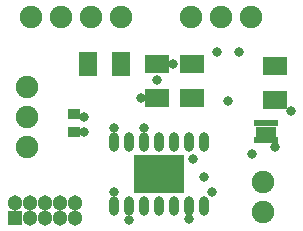
<source format=gbs>
G04 Layer_Color=16711935*
%FSLAX44Y44*%
%MOMM*%
G71*
G01*
G75*
%ADD28R,2.0032X1.5032*%
%ADD30C,1.3032*%
%ADD31R,1.3032X1.3032*%
%ADD32C,1.9032*%
%ADD33C,0.8382*%
%ADD34R,4.2032X3.2032*%
%ADD35O,0.8032X1.6532*%
%ADD36R,1.1032X0.9032*%
%ADD37R,1.5032X2.0032*%
%ADD38R,0.5532X0.5532*%
%ADD39R,1.8032X0.8732*%
D28*
X1640000Y1060000D02*
D03*
Y1031500D02*
D03*
X1610000Y1060000D02*
D03*
Y1031500D02*
D03*
X1710000Y1030000D02*
D03*
Y1058500D02*
D03*
D30*
X1540800Y942700D02*
D03*
X1528100D02*
D03*
X1515400D02*
D03*
X1502700D02*
D03*
X1490000D02*
D03*
X1540800Y930000D02*
D03*
X1528100D02*
D03*
X1515400D02*
D03*
X1502700D02*
D03*
D31*
X1490000D02*
D03*
D32*
X1700000Y960000D02*
D03*
Y934600D02*
D03*
X1639200Y1100000D02*
D03*
X1664600D02*
D03*
X1690000D02*
D03*
X1500000Y990000D02*
D03*
Y1015400D02*
D03*
Y1040800D02*
D03*
X1529200Y1100000D02*
D03*
X1554600D02*
D03*
X1580000D02*
D03*
X1503800D02*
D03*
D33*
X1637284Y928809D02*
D03*
X1661131Y1069975D02*
D03*
X1679448Y1070356D02*
D03*
X1609925Y1046480D02*
D03*
X1623445Y1060000D02*
D03*
X1586500Y928370D02*
D03*
X1656604Y951500D02*
D03*
X1670000Y1028555D02*
D03*
X1596555Y1031500D02*
D03*
X1548892Y1002500D02*
D03*
X1650000Y964422D02*
D03*
X1723898Y1020572D02*
D03*
X1573784Y1006094D02*
D03*
X1690878Y984250D02*
D03*
X1709928Y989584D02*
D03*
X1599184Y1006094D02*
D03*
X1573784Y951738D02*
D03*
X1640518Y980000D02*
D03*
X1548892Y1015400D02*
D03*
D34*
X1611900Y967250D02*
D03*
D35*
X1573800Y994500D02*
D03*
X1586500D02*
D03*
X1599200D02*
D03*
X1611900D02*
D03*
X1624600D02*
D03*
X1637300D02*
D03*
X1650000D02*
D03*
X1573800Y940000D02*
D03*
X1586500D02*
D03*
X1599200D02*
D03*
X1611900D02*
D03*
X1624600D02*
D03*
X1637300D02*
D03*
X1650000D02*
D03*
D36*
X1540000Y1002500D02*
D03*
Y1017500D02*
D03*
D37*
X1580000Y1060000D02*
D03*
X1551500D02*
D03*
D38*
X1695000Y1009999D02*
D03*
X1700000D02*
D03*
X1705000D02*
D03*
X1710000D02*
D03*
X1695000Y995800D02*
D03*
X1700000D02*
D03*
X1705000D02*
D03*
X1710000D02*
D03*
D39*
X1702500Y1002900D02*
D03*
M02*

</source>
